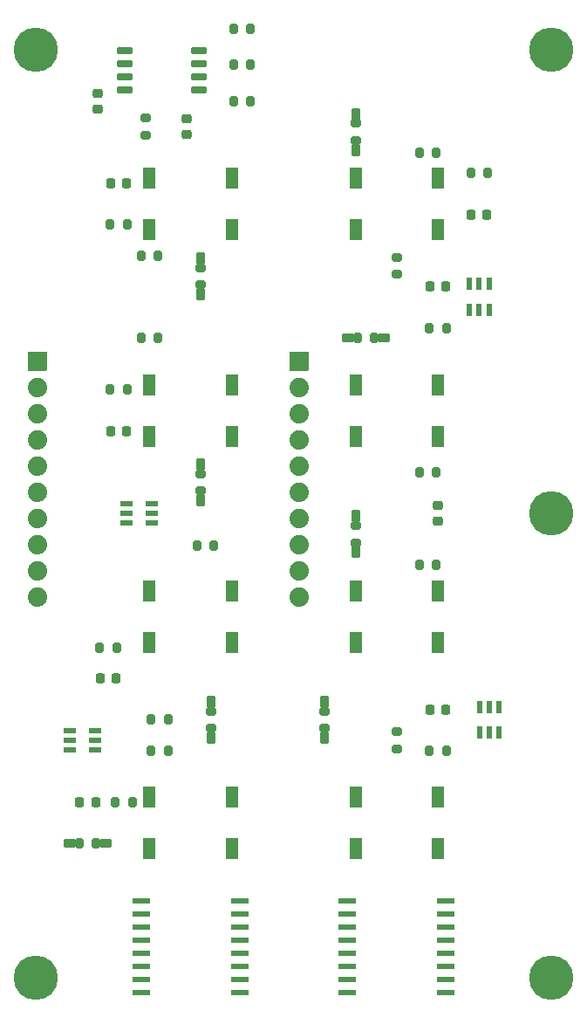
<source format=gbr>
%TF.GenerationSoftware,KiCad,Pcbnew,(6.0.2)*%
%TF.CreationDate,2022-04-01T11:09:41+02:00*%
%TF.ProjectId,cartteFille,63617274-7465-4466-996c-6c652e6b6963,rev?*%
%TF.SameCoordinates,Original*%
%TF.FileFunction,Soldermask,Top*%
%TF.FilePolarity,Negative*%
%FSLAX46Y46*%
G04 Gerber Fmt 4.6, Leading zero omitted, Abs format (unit mm)*
G04 Created by KiCad (PCBNEW (6.0.2)) date 2022-04-01 11:09:41*
%MOMM*%
%LPD*%
G01*
G04 APERTURE LIST*
G04 Aperture macros list*
%AMRoundRect*
0 Rectangle with rounded corners*
0 $1 Rounding radius*
0 $2 $3 $4 $5 $6 $7 $8 $9 X,Y pos of 4 corners*
0 Add a 4 corners polygon primitive as box body*
4,1,4,$2,$3,$4,$5,$6,$7,$8,$9,$2,$3,0*
0 Add four circle primitives for the rounded corners*
1,1,$1+$1,$2,$3*
1,1,$1+$1,$4,$5*
1,1,$1+$1,$6,$7*
1,1,$1+$1,$8,$9*
0 Add four rect primitives between the rounded corners*
20,1,$1+$1,$2,$3,$4,$5,0*
20,1,$1+$1,$4,$5,$6,$7,0*
20,1,$1+$1,$6,$7,$8,$9,0*
20,1,$1+$1,$8,$9,$2,$3,0*%
G04 Aperture macros list end*
%ADD10R,1.803400X0.533400*%
%ADD11RoundRect,0.200000X0.275000X-0.200000X0.275000X0.200000X-0.275000X0.200000X-0.275000X-0.200000X0*%
%ADD12RoundRect,0.200000X-0.200000X-0.275000X0.200000X-0.275000X0.200000X0.275000X-0.200000X0.275000X0*%
%ADD13C,4.300000*%
%ADD14R,1.300000X2.000000*%
%ADD15RoundRect,0.064000X0.336000X-0.496000X0.336000X0.496000X-0.336000X0.496000X-0.336000X-0.496000X0*%
%ADD16RoundRect,0.050800X-0.889000X0.889000X-0.889000X-0.889000X0.889000X-0.889000X0.889000X0.889000X0*%
%ADD17C,1.879600*%
%ADD18RoundRect,0.200000X0.200000X0.275000X-0.200000X0.275000X-0.200000X-0.275000X0.200000X-0.275000X0*%
%ADD19RoundRect,0.225000X0.225000X0.250000X-0.225000X0.250000X-0.225000X-0.250000X0.225000X-0.250000X0*%
%ADD20RoundRect,0.225000X-0.225000X-0.250000X0.225000X-0.250000X0.225000X0.250000X-0.225000X0.250000X0*%
%ADD21RoundRect,0.200000X-0.275000X0.200000X-0.275000X-0.200000X0.275000X-0.200000X0.275000X0.200000X0*%
%ADD22RoundRect,0.040600X0.564400X0.249400X-0.564400X0.249400X-0.564400X-0.249400X0.564400X-0.249400X0*%
%ADD23RoundRect,0.040600X-0.249400X0.564400X-0.249400X-0.564400X0.249400X-0.564400X0.249400X0.564400X0*%
%ADD24RoundRect,0.064000X-0.336000X0.496000X-0.336000X-0.496000X0.336000X-0.496000X0.336000X0.496000X0*%
%ADD25RoundRect,0.225000X-0.250000X0.225000X-0.250000X-0.225000X0.250000X-0.225000X0.250000X0.225000X0*%
%ADD26RoundRect,0.064000X0.496000X0.336000X-0.496000X0.336000X-0.496000X-0.336000X0.496000X-0.336000X0*%
%ADD27RoundRect,0.150000X0.650000X0.150000X-0.650000X0.150000X-0.650000X-0.150000X0.650000X-0.150000X0*%
%ADD28RoundRect,0.225000X0.250000X-0.225000X0.250000X0.225000X-0.250000X0.225000X-0.250000X-0.225000X0*%
G04 APERTURE END LIST*
D10*
%TO.C,U202*%
X24775200Y-96445000D03*
X24775200Y-95175000D03*
X24775200Y-93905000D03*
X24775200Y-92635000D03*
X24775200Y-91365000D03*
X24775200Y-90095000D03*
X24775200Y-88825000D03*
X24775200Y-87555000D03*
X15224800Y-87555000D03*
X15224800Y-88825000D03*
X15224800Y-90095000D03*
X15224800Y-91365000D03*
X15224800Y-92635000D03*
X15224800Y-93905000D03*
X15224800Y-95175000D03*
X15224800Y-96445000D03*
%TD*%
D11*
%TO.C,R282*%
X40000000Y-72825000D03*
X40000000Y-71175000D03*
%TD*%
D12*
%TO.C,R231*%
X12675000Y-78000000D03*
X14325000Y-78000000D03*
%TD*%
D13*
%TO.C,2M4*%
X5000000Y-95000000D03*
%TD*%
D14*
%TO.C,S22*%
X24000000Y-17510000D03*
X16000000Y-22510000D03*
X24000000Y-22510000D03*
X16000000Y-17510000D03*
%TD*%
D11*
%TO.C,R283*%
X33000000Y-70825000D03*
X33000000Y-69175000D03*
%TD*%
D14*
%TO.C,S28*%
X36000000Y-82500000D03*
X44000000Y-77500000D03*
X36000000Y-77500000D03*
X44000000Y-82500000D03*
%TD*%
D12*
%TO.C,R242*%
X16175000Y-70000000D03*
X17825000Y-70000000D03*
%TD*%
D15*
%TO.C,D25*%
X36000000Y-14730000D03*
X36000000Y-11270000D03*
%TD*%
D16*
%TO.C,EXT1*%
X30492000Y-35280000D03*
D17*
X30492000Y-37820000D03*
X30492000Y-40360000D03*
X30492000Y-42900000D03*
X30492000Y-45440000D03*
X30492000Y-47980000D03*
X30492000Y-50520000D03*
X30492000Y-53060000D03*
X30492000Y-55600000D03*
X30492000Y-58140000D03*
%TD*%
D12*
%TO.C,R001*%
X20587200Y-53111400D03*
X22237200Y-53111400D03*
%TD*%
D18*
%TO.C,R261*%
X44825000Y-32000000D03*
X43175000Y-32000000D03*
%TD*%
D19*
%TO.C,C261*%
X44775000Y-28000000D03*
X43225000Y-28000000D03*
%TD*%
%TO.C,C251*%
X48775000Y-21000000D03*
X47225000Y-21000000D03*
%TD*%
D20*
%TO.C,C211*%
X12225000Y-42000000D03*
X13775000Y-42000000D03*
%TD*%
D21*
%TO.C,R213*%
X21000000Y-46175000D03*
X21000000Y-47825000D03*
%TD*%
D11*
%TO.C,R253*%
X36000000Y-13825000D03*
X36000000Y-12175000D03*
%TD*%
D21*
%TO.C,R243*%
X22000000Y-69175000D03*
X22000000Y-70825000D03*
%TD*%
D22*
%TO.C,U23-4*%
X10755000Y-72950000D03*
X10755000Y-72000000D03*
X10755000Y-71050000D03*
X8245000Y-71050000D03*
X8245000Y-72000000D03*
X8245000Y-72950000D03*
%TD*%
D13*
%TO.C,3M4*%
X55000000Y-95000000D03*
%TD*%
D18*
%TO.C,R12*%
X25825000Y-6500000D03*
X24175000Y-6500000D03*
%TD*%
D23*
%TO.C,U25-6*%
X48950000Y-27745000D03*
X48000000Y-27745000D03*
X47050000Y-27745000D03*
X47050000Y-30255000D03*
X48000000Y-30255000D03*
X48950000Y-30255000D03*
%TD*%
D16*
%TO.C,EXT2*%
X5092000Y-35280000D03*
D17*
X5092000Y-37820000D03*
X5092000Y-40360000D03*
X5092000Y-42900000D03*
X5092000Y-45440000D03*
X5092000Y-47980000D03*
X5092000Y-50520000D03*
X5092000Y-53060000D03*
X5092000Y-55600000D03*
X5092000Y-58140000D03*
%TD*%
D24*
%TO.C,D24*%
X22000000Y-68270000D03*
X22000000Y-71730000D03*
%TD*%
D13*
%TO.C,4M4*%
X55000000Y-50000000D03*
%TD*%
D14*
%TO.C,S23*%
X24000000Y-77500000D03*
X16000000Y-82500000D03*
X24000000Y-82500000D03*
X16000000Y-77500000D03*
%TD*%
D13*
%TO.C,5M4*%
X55000000Y-5000000D03*
%TD*%
D18*
%TO.C,R272*%
X43825000Y-55000000D03*
X42175000Y-55000000D03*
%TD*%
%TO.C,R233*%
X10825000Y-82000000D03*
X9175000Y-82000000D03*
%TD*%
D20*
%TO.C,C221*%
X12225000Y-18000000D03*
X13775000Y-18000000D03*
%TD*%
D10*
%TO.C,U201*%
X44775200Y-96445000D03*
X44775200Y-95175000D03*
X44775200Y-93905000D03*
X44775200Y-92635000D03*
X44775200Y-91365000D03*
X44775200Y-90095000D03*
X44775200Y-88825000D03*
X44775200Y-87555000D03*
X35224800Y-87555000D03*
X35224800Y-88825000D03*
X35224800Y-90095000D03*
X35224800Y-91365000D03*
X35224800Y-92635000D03*
X35224800Y-93905000D03*
X35224800Y-95175000D03*
X35224800Y-96445000D03*
%TD*%
D15*
%TO.C,D28*%
X33000000Y-71730000D03*
X33000000Y-68270000D03*
%TD*%
D24*
%TO.C,D21*%
X21000000Y-45270000D03*
X21000000Y-48730000D03*
%TD*%
%TO.C,D22*%
X21000000Y-25270000D03*
X21000000Y-28730000D03*
%TD*%
D25*
%TO.C,C271*%
X44000000Y-49225000D03*
X44000000Y-50775000D03*
%TD*%
D18*
%TO.C,R263*%
X37825000Y-33000000D03*
X36175000Y-33000000D03*
%TD*%
D12*
%TO.C,R15*%
X24175000Y-3000000D03*
X25825000Y-3000000D03*
%TD*%
D14*
%TO.C,S25*%
X36000000Y-22500000D03*
X44000000Y-17500000D03*
X36000000Y-17500000D03*
X44000000Y-22500000D03*
%TD*%
%TO.C,S27*%
X36000000Y-62500000D03*
X44000000Y-57500000D03*
X36000000Y-57500000D03*
X44000000Y-62500000D03*
%TD*%
D12*
%TO.C,R212*%
X15175000Y-33000000D03*
X16825000Y-33000000D03*
%TD*%
D18*
%TO.C,R251*%
X48825000Y-17000000D03*
X47175000Y-17000000D03*
%TD*%
D26*
%TO.C,D26*%
X38730000Y-33000000D03*
X35270000Y-33000000D03*
%TD*%
D20*
%TO.C,C241*%
X11225000Y-66000000D03*
X12775000Y-66000000D03*
%TD*%
D19*
%TO.C,C281*%
X44775000Y-69000000D03*
X43225000Y-69000000D03*
%TD*%
D12*
%TO.C,R241*%
X11175000Y-63000000D03*
X12825000Y-63000000D03*
%TD*%
D27*
%TO.C,U1*%
X20820000Y-8885000D03*
X20820000Y-7615000D03*
X20820000Y-6345000D03*
X20820000Y-5075000D03*
X13620000Y-5075000D03*
X13620000Y-6345000D03*
X13620000Y-7615000D03*
X13620000Y-8885000D03*
%TD*%
D25*
%TO.C,C12*%
X11000000Y-9225000D03*
X11000000Y-10775000D03*
%TD*%
D12*
%TO.C,R222*%
X15175000Y-25000000D03*
X16825000Y-25000000D03*
%TD*%
D11*
%TO.C,R273*%
X36000000Y-52825000D03*
X36000000Y-51175000D03*
%TD*%
D26*
%TO.C,D23*%
X11730000Y-82000000D03*
X8270000Y-82000000D03*
%TD*%
D23*
%TO.C,U27-8*%
X49950000Y-68745000D03*
X49000000Y-68745000D03*
X48050000Y-68745000D03*
X48050000Y-71255000D03*
X49000000Y-71255000D03*
X49950000Y-71255000D03*
%TD*%
D11*
%TO.C,R262*%
X40000000Y-26825000D03*
X40000000Y-25175000D03*
%TD*%
D18*
%TO.C,R271*%
X43825000Y-46000000D03*
X42175000Y-46000000D03*
%TD*%
D14*
%TO.C,S21*%
X24000000Y-37500000D03*
X16000000Y-42500000D03*
X24000000Y-42500000D03*
X16000000Y-37500000D03*
%TD*%
D21*
%TO.C,R11*%
X15590000Y-11670000D03*
X15590000Y-13320000D03*
%TD*%
D12*
%TO.C,R232*%
X16175000Y-73000000D03*
X17825000Y-73000000D03*
%TD*%
D28*
%TO.C,C11*%
X19600000Y-13280000D03*
X19600000Y-11730000D03*
%TD*%
D12*
%TO.C,R211*%
X12175000Y-38000000D03*
X13825000Y-38000000D03*
%TD*%
D15*
%TO.C,D27*%
X36000000Y-53730000D03*
X36000000Y-50270000D03*
%TD*%
D22*
%TO.C,U21-2*%
X16255000Y-50950000D03*
X16255000Y-50000000D03*
X16255000Y-49050000D03*
X13745000Y-49050000D03*
X13745000Y-50000000D03*
X13745000Y-50950000D03*
%TD*%
D21*
%TO.C,R223*%
X21000000Y-26175000D03*
X21000000Y-27825000D03*
%TD*%
D14*
%TO.C,S26*%
X36000000Y-42500000D03*
X44000000Y-37500000D03*
X36000000Y-37500000D03*
X44000000Y-42500000D03*
%TD*%
D12*
%TO.C,R221*%
X12175000Y-22000000D03*
X13825000Y-22000000D03*
%TD*%
D14*
%TO.C,S24*%
X24000000Y-57500000D03*
X16000000Y-62500000D03*
X24000000Y-62500000D03*
X16000000Y-57500000D03*
%TD*%
D19*
%TO.C,C231*%
X10775000Y-78000000D03*
X9225000Y-78000000D03*
%TD*%
D18*
%TO.C,R281*%
X44825000Y-73000000D03*
X43175000Y-73000000D03*
%TD*%
%TO.C,R252*%
X43825000Y-15000000D03*
X42175000Y-15000000D03*
%TD*%
%TO.C,R14*%
X25825000Y-10000000D03*
X24175000Y-10000000D03*
%TD*%
D13*
%TO.C,1M4*%
X5000000Y-5000000D03*
%TD*%
M02*

</source>
